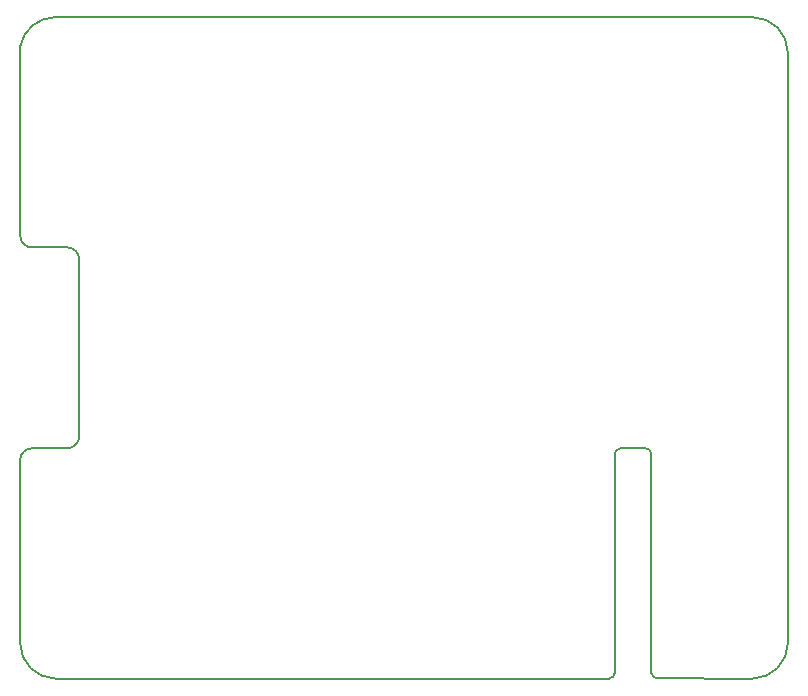
<source format=gbr>
G04 #@! TF.GenerationSoftware,KiCad,Pcbnew,8.0.2+dfsg-1*
G04 #@! TF.CreationDate,2024-06-08T19:17:01+01:00*
G04 #@! TF.ProjectId,owl-driver-board,6f776c2d-6472-4697-9665-722d626f6172,rev?*
G04 #@! TF.SameCoordinates,Original*
G04 #@! TF.FileFunction,Profile,NP*
%FSLAX46Y46*%
G04 Gerber Fmt 4.6, Leading zero omitted, Abs format (unit mm)*
G04 Created by KiCad (PCBNEW 8.0.2+dfsg-1) date 2024-06-08 19:17:01*
%MOMM*%
%LPD*%
G01*
G04 APERTURE LIST*
G04 #@! TA.AperFunction,Profile*
%ADD10C,0.150000*%
G04 #@! TD*
G04 APERTURE END LIST*
D10*
X3000000Y-56500000D02*
G75*
G02*
X0Y-53500000I0J3000000D01*
G01*
X65000000Y-53500000D02*
G75*
G02*
X62000000Y-56500000I-3000000J0D01*
G01*
X1000000Y-20000000D02*
G75*
G02*
X0Y-19000000I0J1000000D01*
G01*
X4000000Y-20000000D02*
G75*
G02*
X5000000Y-21000000I0J-1000000D01*
G01*
X5000000Y-36000000D02*
G75*
G02*
X4000000Y-37000000I-1000000J0D01*
G01*
X0Y-38000000D02*
G75*
G02*
X1000000Y-37000000I1000000J0D01*
G01*
X0Y-3000000D02*
G75*
G02*
X3000000Y-500000I3000000J-550000D01*
G01*
X3000000Y-500000D02*
X62000000Y-500000D01*
X62000000Y-500000D02*
G75*
G02*
X65000000Y-3500000I0J-3000000D01*
G01*
X65000000Y-3500000D02*
X65000000Y-53500000D01*
X50346447Y-56000000D02*
G75*
G02*
X49846447Y-56500047I-500047J0D01*
G01*
X53446447Y-37500000D02*
X53450000Y-55996447D01*
X3000000Y-56500000D02*
X49846447Y-56500000D01*
X1000000Y-37000000D02*
X4000000Y-37000000D01*
X0Y-3000000D02*
X0Y-19000000D01*
X53950000Y-56496447D02*
G75*
G02*
X53449953Y-55996447I0J500047D01*
G01*
X50350000Y-37500000D02*
X50346447Y-56000000D01*
X50350000Y-37500000D02*
G75*
G02*
X50850000Y-37000000I500000J0D01*
G01*
X5000000Y-21000000D02*
X5000000Y-36000000D01*
X0Y-38000000D02*
X0Y-53500000D01*
X1000000Y-20000000D02*
X4000000Y-20000000D01*
X52946447Y-37000000D02*
G75*
G02*
X53446400Y-37500000I-47J-500000D01*
G01*
X53950000Y-56496447D02*
X62000000Y-56500000D01*
X52946447Y-37000000D02*
X50850000Y-37000000D01*
M02*

</source>
